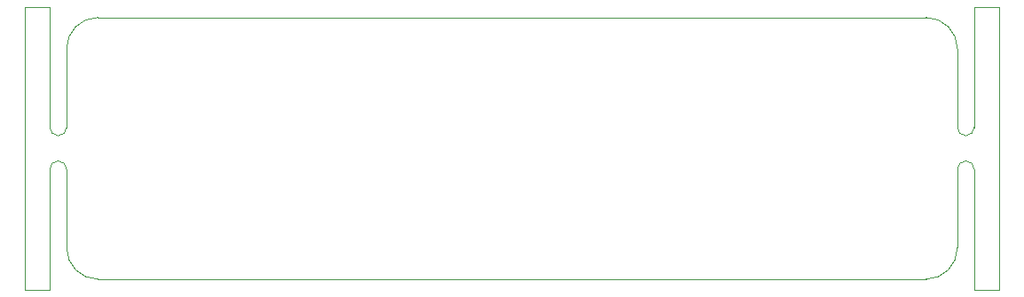
<source format=gbr>
%TF.GenerationSoftware,KiCad,Pcbnew,8.0.3*%
%TF.CreationDate,2024-07-18T08:41:48+12:00*%
%TF.ProjectId,USB Keypad,55534220-4b65-4797-9061-642e6b696361,rev?*%
%TF.SameCoordinates,Original*%
%TF.FileFunction,Profile,NP*%
%FSLAX46Y46*%
G04 Gerber Fmt 4.6, Leading zero omitted, Abs format (unit mm)*
G04 Created by KiCad (PCBNEW 8.0.3) date 2024-07-18 08:41:48*
%MOMM*%
%LPD*%
G01*
G04 APERTURE LIST*
%TA.AperFunction,Profile*%
%ADD10C,0.050000*%
%TD*%
G04 APERTURE END LIST*
D10*
X86603750Y1000000D02*
X88996250Y1000000D01*
X86600000Y1000000D02*
X86600000Y-10500000D01*
X85800001Y-13700001D02*
G75*
G02*
X86599999Y-14500001I-1J-799999D01*
G01*
X-4000000Y-26000000D02*
X-4000000Y1000000D01*
X85000000Y-15000000D02*
X85000000Y-22000000D01*
X3000000Y0D02*
X82000000Y0D01*
X-1600000Y-10500000D02*
X-1600000Y1000000D01*
X-1607500Y-26000000D02*
X-1600000Y-14500000D01*
X0Y-22000000D02*
X0Y-15000000D01*
X-800001Y-11299999D02*
G75*
G02*
X-1599999Y-10499999I2J800000D01*
G01*
X3000000Y-25000000D02*
G75*
G02*
X0Y-22000000I0J3000000D01*
G01*
X86600000Y-26000000D02*
X89000000Y-26000000D01*
X-1600000Y1000000D02*
X-4000000Y1000000D01*
X85000000Y-3000000D02*
X85000000Y-10000000D01*
X0Y-3000000D02*
G75*
G02*
X3000000Y0I2999998J2D01*
G01*
X3000000Y-25000000D02*
X82000000Y-25000000D01*
X-1607500Y-26000000D02*
X-4000000Y-26000000D01*
X86600000Y-10500000D02*
G75*
G02*
X85800000Y-11300000I-800000J0D01*
G01*
X88996250Y1000000D02*
X89000000Y-26000000D01*
X-1600000Y-14500000D02*
G75*
G02*
X-800000Y-13700002I800000J-2D01*
G01*
X82000000Y0D02*
G75*
G02*
X85000000Y-3000000I0J-3000000D01*
G01*
X85000000Y-22000000D02*
G75*
G02*
X82000000Y-25000000I-3000000J0D01*
G01*
X0Y-10000000D02*
X0Y-3000000D01*
X86600000Y-14500000D02*
X86600000Y-26000000D01*
%TO.C,MB3*%
X0Y-10500000D02*
X0Y-10000000D01*
X0Y-14500000D02*
X0Y-15000000D01*
X-800000Y-13700000D02*
G75*
G02*
X0Y-14500000I-1J-800001D01*
G01*
X0Y-10500000D02*
G75*
G02*
X-800000Y-11300000I-800000J0D01*
G01*
%TO.C,MB2*%
X85000000Y-10500000D02*
X85000000Y-10000000D01*
X85000000Y-14500000D02*
X85000000Y-15000000D01*
X85000000Y-14500000D02*
G75*
G02*
X85800000Y-13700000I800000J0D01*
G01*
X85800000Y-11300000D02*
G75*
G02*
X85000000Y-10500000I1J800001D01*
G01*
%TD*%
M02*

</source>
